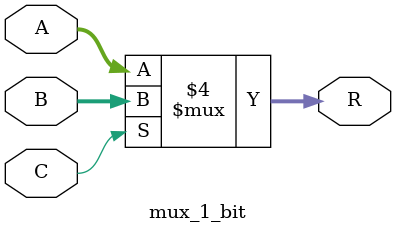
<source format=v>
`timescale 1ns / 1ps
module mux_1_bit(
    input [15:0] A,
    input [15:0] B,
    input C,
    output reg [15:0] R
    );
	 
	 always @ * begin
	 if (C==0)
		begin
			R=A;
		end
	 else
		begin
			R=B;
		end
	 end
endmodule

</source>
